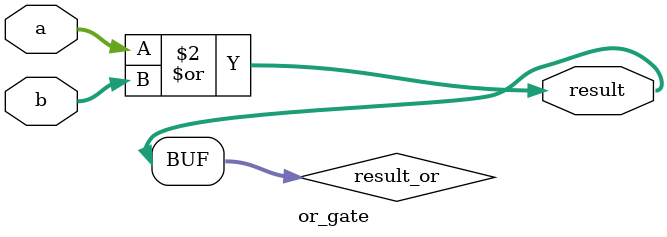
<source format=sv>
module or_gate #(parameter N=3)
					 (input  logic [N-1:0] a, b,
					  output logic [N-1:0] result);



logic [N-1:0] result_or;

always_comb begin
	result_or <= a | b;
end

assign result = result_or;

endmodule
</source>
